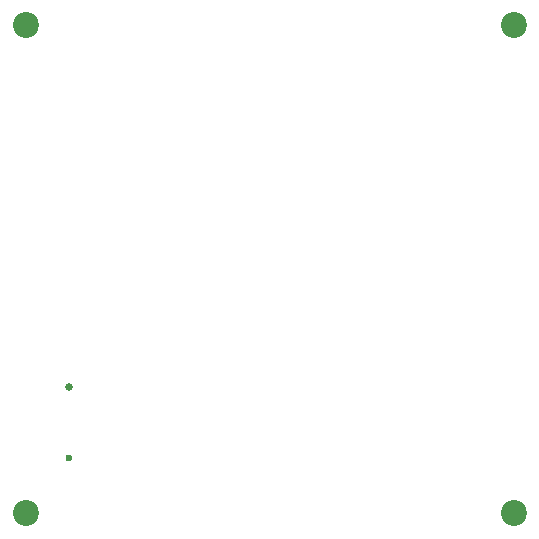
<source format=gbr>
%TF.GenerationSoftware,KiCad,Pcbnew,9.0.2+1*%
%TF.CreationDate,2025-08-01T20:38:58+01:00*%
%TF.ProjectId,PocketSat,506f636b-6574-4536-9174-2e6b69636164,rev?*%
%TF.SameCoordinates,Original*%
%TF.FileFunction,NonPlated,1,4,NPTH,Drill*%
%TF.FilePolarity,Positive*%
%FSLAX46Y46*%
G04 Gerber Fmt 4.6, Leading zero omitted, Abs format (unit mm)*
G04 Created by KiCad (PCBNEW 9.0.2+1) date 2025-08-01 20:38:58*
%MOMM*%
%LPD*%
G01*
G04 APERTURE LIST*
%TA.AperFunction,ComponentDrill*%
%ADD10C,0.600000*%
%TD*%
%TA.AperFunction,ComponentDrill*%
%ADD11C,0.630000*%
%TD*%
%TA.AperFunction,ComponentDrill*%
%ADD12C,2.200000*%
%TD*%
G04 APERTURE END LIST*
D10*
%TO.C,J20*%
X105725000Y-93243498D03*
D11*
X105725000Y-87243498D03*
D12*
%TO.C,H4*%
X102100000Y-56600000D03*
%TO.C,H1*%
X102100000Y-97900000D03*
%TO.C,H3*%
X143400000Y-56600000D03*
%TO.C,H2*%
X143400000Y-97900000D03*
M02*

</source>
